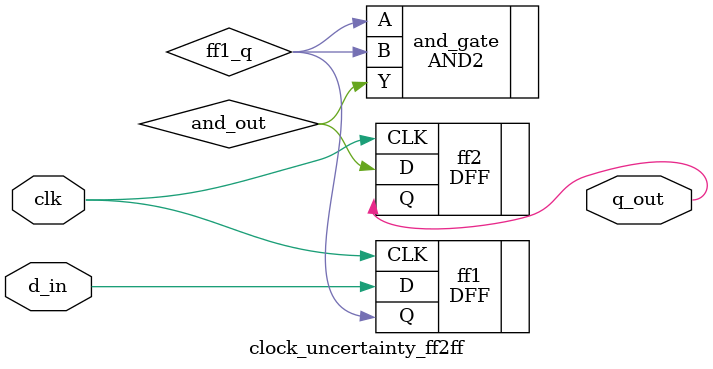
<source format=v>

module clock_uncertainty_ff2ff (
    input  wire clk,      // Horloge principale
    input  wire d_in,     // Entree de donnee vers FF1
    output wire q_out     // Sortie depuis FF2
);

    // Signaux internes
    wire ff1_q;           // Sortie de FF1 (Launch FF)
    wire and_out;         // Sortie de AND2 (logique combinatoire)

    // ==============================================================================
    // FF1: Launch Flip-Flop (registre source)
    // ==============================================================================
    // Instance: ff1
    // Type: DFF (D Flip-Flop rising edge-triggered)
    // Role: Genere le signal de depart pour le chemin synchrone
    // ==============================================================================
    DFF ff1 (
        .D   (d_in),      // Entree de donnee
        .CLK (clk),       // Horloge
        .Q   (ff1_q)      // Sortie vers logique combinatoire
    );

    // ==============================================================================
    // AND2: Logique Combinatoire
    // ==============================================================================
    // Instance: and_gate
    // Type: AND2 (porte ET 2 entrees)
    // Role: Chemin logique entre FF1 et FF2 (ajoute delai de propagation)
    // Note: Les deux entrees sont connectees a ff1_q pour simplifier
    // ==============================================================================
    AND2 and_gate (
        .A (ff1_q),       // Entree A depuis FF1
        .B (ff1_q),       // Entree B depuis FF1 (meme signal)
        .Y (and_out)      // Sortie vers FF2
    );

    // ==============================================================================
    // FF2: Capture Flip-Flop (registre destination)
    // ==============================================================================
    // Instance: ff2
    // Type: DFF (D Flip-Flop rising edge-triggered)
    // Role: Capture le signal de and_gate au front montant de clk
    // ==============================================================================
    DFF ff2 (
        .D   (and_out),   // Entree depuis logique combinatoire
        .CLK (clk),       // Horloge
        .Q   (q_out)      // Sortie finale du circuit
    );

endmodule

// ==============================================================================
// CHEMIN CRITIQUE SYNCHRONE:
//     FF1.Q → and_gate → FF2.D
//     (Launch FF)  (Combinational)  (Capture FF)
//
// TIMING ANALYSIS:
//     - Setup: Verifie que and_out arrive avant FF2.CLK - setup_time
//     - Hold: Verifie que and_out reste stable apres FF2.CLK + hold_time
//     - Clock Uncertainty: Reduit la fenetre temporelle disponible
// ==============================================================================

</source>
